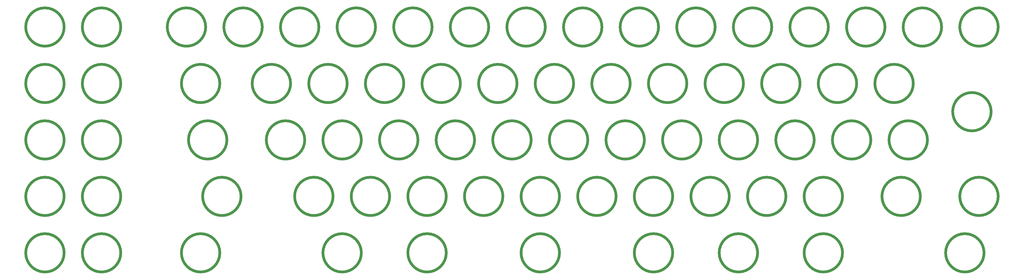
<source format=gbr>
%TF.GenerationSoftware,KiCad,Pcbnew,(6.0.0)*%
%TF.CreationDate,2022-08-23T10:18:13-07:00*%
%TF.ProjectId,Faen65XT,4661656e-3635-4585-942e-6b696361645f,rev?*%
%TF.SameCoordinates,Original*%
%TF.FileFunction,Legend,Top*%
%TF.FilePolarity,Positive*%
%FSLAX46Y46*%
G04 Gerber Fmt 4.6, Leading zero omitted, Abs format (unit mm)*
G04 Created by KiCad (PCBNEW (6.0.0)) date 2022-08-23 10:18:13*
%MOMM*%
%LPD*%
G01*
G04 APERTURE LIST*
%ADD10C,0.900000*%
%ADD11C,2.200000*%
%ADD12C,0.700000*%
%ADD13O,1.050000X2.100000*%
%ADD14R,1.700000X1.700000*%
%ADD15O,1.700000X1.700000*%
G04 APERTURE END LIST*
D10*
%TO.C,SW39*%
X182679500Y-38100000D02*
G75*
G03*
X182679500Y-38100000I-6467000J0D01*
G01*
%TO.C,SW70*%
X318410750Y-28575000D02*
G75*
G03*
X318410750Y-28575000I-6467000J0D01*
G01*
%TO.C,SW3*%
X6467000Y-38100000D02*
G75*
G03*
X6467000Y-38100000I-6467000J0D01*
G01*
%TO.C,SW44*%
X201729500Y-38100000D02*
G75*
G03*
X201729500Y-38100000I-6467000J0D01*
G01*
%TO.C,SW22*%
X96954500Y-57150000D02*
G75*
G03*
X96954500Y-57150000I-6467000J0D01*
G01*
%TO.C,SW57*%
X254117000Y-19050000D02*
G75*
G03*
X254117000Y-19050000I-6467000J0D01*
G01*
%TO.C,SW24*%
X111242000Y0D02*
G75*
G03*
X111242000Y0I-6467000J0D01*
G01*
%TO.C,SW27*%
X116004500Y-57150000D02*
G75*
G03*
X116004500Y-57150000I-6467000J0D01*
G01*
%TO.C,SW49*%
X211254500Y-57150000D02*
G75*
G03*
X211254500Y-57150000I-6467000J0D01*
G01*
%TO.C,SW46*%
X206492000Y0D02*
G75*
G03*
X206492000Y0I-6467000J0D01*
G01*
%TO.C,SW69*%
X301742000Y0D02*
G75*
G03*
X301742000Y0I-6467000J0D01*
G01*
%TO.C,SW31*%
X135054500Y-57150000D02*
G75*
G03*
X135054500Y-57150000I-6467000J0D01*
G01*
%TO.C,SW6*%
X25517000Y0D02*
G75*
G03*
X25517000Y0I-6467000J0D01*
G01*
%TO.C,SW40*%
X173154500Y-57150000D02*
G75*
G03*
X173154500Y-57150000I-6467000J0D01*
G01*
%TO.C,SW11*%
X54092000Y0D02*
G75*
G03*
X54092000Y0I-6467000J0D01*
G01*
%TO.C,SW42*%
X187442000Y0D02*
G75*
G03*
X187442000Y0I-6467000J0D01*
G01*
%TO.C,SW23*%
X106479500Y-76200000D02*
G75*
G03*
X106479500Y-76200000I-6467000J0D01*
G01*
%TO.C,SW41*%
X173154500Y-76200000D02*
G75*
G03*
X173154500Y-76200000I-6467000J0D01*
G01*
%TO.C,SW15*%
X58854500Y-76200000D02*
G75*
G03*
X58854500Y-76200000I-6467000J0D01*
G01*
%TO.C,SW8*%
X25517000Y-38100000D02*
G75*
G03*
X25517000Y-38100000I-6467000J0D01*
G01*
%TO.C,SW19*%
X92192000Y0D02*
G75*
G03*
X92192000Y0I-6467000J0D01*
G01*
%TO.C,SW26*%
X125529500Y-38100000D02*
G75*
G03*
X125529500Y-38100000I-6467000J0D01*
G01*
%TO.C,SW13*%
X61235750Y-38100000D02*
G75*
G03*
X61235750Y-38100000I-6467000J0D01*
G01*
%TO.C,SW43*%
X196967000Y-19050000D02*
G75*
G03*
X196967000Y-19050000I-6467000J0D01*
G01*
%TO.C,SW38*%
X177917000Y-19050000D02*
G75*
G03*
X177917000Y-19050000I-6467000J0D01*
G01*
%TO.C,SW71*%
X320792000Y-57150000D02*
G75*
G03*
X320792000Y-57150000I-6467000J0D01*
G01*
%TO.C,SW48*%
X220779500Y-38100000D02*
G75*
G03*
X220779500Y-38100000I-6467000J0D01*
G01*
%TO.C,SW28*%
X130292000Y0D02*
G75*
G03*
X130292000Y0I-6467000J0D01*
G01*
%TO.C,SW56*%
X244592000Y0D02*
G75*
G03*
X244592000Y0I-6467000J0D01*
G01*
%TO.C,SW55*%
X239829500Y-76200000D02*
G75*
G03*
X239829500Y-76200000I-6467000J0D01*
G01*
%TO.C,SW34*%
X158867000Y-19050000D02*
G75*
G03*
X158867000Y-19050000I-6467000J0D01*
G01*
%TO.C,SW5*%
X6467000Y-76200000D02*
G75*
G03*
X6467000Y-76200000I-6467000J0D01*
G01*
%TO.C,SW37*%
X168392000Y0D02*
G75*
G03*
X168392000Y0I-6467000J0D01*
G01*
%TO.C,SW20*%
X101717000Y-19050000D02*
G75*
G03*
X101717000Y-19050000I-6467000J0D01*
G01*
%TO.C,SW51*%
X225542000Y0D02*
G75*
G03*
X225542000Y0I-6467000J0D01*
G01*
%TO.C,SW58*%
X258879500Y-38100000D02*
G75*
G03*
X258879500Y-38100000I-6467000J0D01*
G01*
%TO.C,SW33*%
X149342000Y0D02*
G75*
G03*
X149342000Y0I-6467000J0D01*
G01*
%TO.C,SW66*%
X292217000Y-19050000D02*
G75*
G03*
X292217000Y-19050000I-6467000J0D01*
G01*
%TO.C,SW65*%
X282692000Y0D02*
G75*
G03*
X282692000Y0I-6467000J0D01*
G01*
%TO.C,SW67*%
X296979500Y-38100000D02*
G75*
G03*
X296979500Y-38100000I-6467000J0D01*
G01*
%TO.C,SW29*%
X139817000Y-19050000D02*
G75*
G03*
X139817000Y-19050000I-6467000J0D01*
G01*
%TO.C,SW30*%
X144579500Y-38100000D02*
G75*
G03*
X144579500Y-38100000I-6467000J0D01*
G01*
%TO.C,SW21*%
X106479500Y-38100000D02*
G75*
G03*
X106479500Y-38100000I-6467000J0D01*
G01*
%TO.C,SW63*%
X268404500Y-57150000D02*
G75*
G03*
X268404500Y-57150000I-6467000J0D01*
G01*
%TO.C,SW7*%
X25517000Y-19050000D02*
G75*
G03*
X25517000Y-19050000I-6467000J0D01*
G01*
%TO.C,SW73*%
X320792000Y0D02*
G75*
G03*
X320792000Y0I-6467000J0D01*
G01*
%TO.C,SW4*%
X6467000Y-57150000D02*
G75*
G03*
X6467000Y-57150000I-6467000J0D01*
G01*
%TO.C,SW25*%
X120767000Y-19050000D02*
G75*
G03*
X120767000Y-19050000I-6467000J0D01*
G01*
%TO.C,SW61*%
X273167000Y-19050000D02*
G75*
G03*
X273167000Y-19050000I-6467000J0D01*
G01*
%TO.C,SW68*%
X294598250Y-57150000D02*
G75*
G03*
X294598250Y-57150000I-6467000J0D01*
G01*
%TO.C,SW1*%
X6467000Y0D02*
G75*
G03*
X6467000Y0I-6467000J0D01*
G01*
%TO.C,SW14*%
X65998250Y-57150000D02*
G75*
G03*
X65998250Y-57150000I-6467000J0D01*
G01*
%TO.C,SW10*%
X25517000Y-76200000D02*
G75*
G03*
X25517000Y-76200000I-6467000J0D01*
G01*
%TO.C,SW9*%
X25517000Y-57150000D02*
G75*
G03*
X25517000Y-57150000I-6467000J0D01*
G01*
%TO.C,SW60*%
X263642000Y0D02*
G75*
G03*
X263642000Y0I-6467000J0D01*
G01*
%TO.C,SW53*%
X239829500Y-38100000D02*
G75*
G03*
X239829500Y-38100000I-6467000J0D01*
G01*
%TO.C,SW50*%
X211254500Y-76200000D02*
G75*
G03*
X211254500Y-76200000I-6467000J0D01*
G01*
%TO.C,SW16*%
X73142000Y0D02*
G75*
G03*
X73142000Y0I-6467000J0D01*
G01*
%TO.C,SW17*%
X82667000Y-19050000D02*
G75*
G03*
X82667000Y-19050000I-6467000J0D01*
G01*
%TO.C,SW32*%
X135054500Y-76200000D02*
G75*
G03*
X135054500Y-76200000I-6467000J0D01*
G01*
%TO.C,SW52*%
X235067000Y-19050000D02*
G75*
G03*
X235067000Y-19050000I-6467000J0D01*
G01*
%TO.C,SW18*%
X87429500Y-38100000D02*
G75*
G03*
X87429500Y-38100000I-6467000J0D01*
G01*
%TO.C,SW47*%
X216017000Y-19050000D02*
G75*
G03*
X216017000Y-19050000I-6467000J0D01*
G01*
%TO.C,SW35*%
X163629500Y-38100000D02*
G75*
G03*
X163629500Y-38100000I-6467000J0D01*
G01*
%TO.C,SW62*%
X277929500Y-38100000D02*
G75*
G03*
X277929500Y-38100000I-6467000J0D01*
G01*
%TO.C,SW45*%
X192204500Y-57150000D02*
G75*
G03*
X192204500Y-57150000I-6467000J0D01*
G01*
%TO.C,SW12*%
X58854500Y-19050000D02*
G75*
G03*
X58854500Y-19050000I-6467000J0D01*
G01*
%TO.C,SW59*%
X249354500Y-57150000D02*
G75*
G03*
X249354500Y-57150000I-6467000J0D01*
G01*
%TO.C,SW2*%
X6467000Y-19050000D02*
G75*
G03*
X6467000Y-19050000I-6467000J0D01*
G01*
%TO.C,SW54*%
X230304500Y-57150000D02*
G75*
G03*
X230304500Y-57150000I-6467000J0D01*
G01*
%TO.C,SW36*%
X154104500Y-57150000D02*
G75*
G03*
X154104500Y-57150000I-6467000J0D01*
G01*
%TO.C,SW64*%
X268404500Y-76200000D02*
G75*
G03*
X268404500Y-76200000I-6467000J0D01*
G01*
%TO.C,SW72*%
X316029500Y-76200000D02*
G75*
G03*
X316029500Y-76200000I-6467000J0D01*
G01*
%TD*%
D11*
%TO.C,H28*%
X275034375Y-57150144D03*
%TD*%
%TO.C,H29*%
X74017374Y-76200000D03*
%TD*%
%TO.C,H22*%
X9525024Y-57150144D03*
%TD*%
%TO.C,H16*%
X67865625Y-38100000D03*
%TD*%
%TO.C,H14*%
X319392000Y-12031000D03*
%TD*%
%TO.C,H17*%
X109537776Y-38100096D03*
%TD*%
%TO.C,H21*%
X300038256Y-38100096D03*
%TD*%
%TO.C,H25*%
X157162896Y-57150144D03*
%TD*%
%TO.C,H30*%
X35718750Y-76200000D03*
%TD*%
%TO.C,H15*%
X28575072Y-38100096D03*
%TD*%
%TO.C,H19*%
X223837500Y-38100000D03*
%TD*%
%TO.C,H12*%
X238125600Y-19050048D03*
%TD*%
%TO.C,H23*%
X42987000Y-64598000D03*
%TD*%
%TO.C,H11*%
X180975456Y-19050048D03*
%TD*%
%TO.C,H18*%
X166687500Y-38100000D03*
%TD*%
%TO.C,H5*%
X209550528Y0D03*
%TD*%
%TO.C,H7*%
X304800768Y0D03*
%TD*%
%TO.C,H3*%
X95250240Y0D03*
%TD*%
%TO.C,H9*%
X85725216Y-19050048D03*
%TD*%
%TO.C,H31*%
X114300000Y-76200000D03*
%TD*%
%TO.C,H34*%
X300038256Y-76200192D03*
%TD*%
%TO.C,H33*%
X247650000Y-76200192D03*
%TD*%
%TO.C,H6*%
X247650624Y0D03*
%TD*%
%TO.C,H27*%
X301228125Y-57150144D03*
%TD*%
%TO.C,H32*%
X195262992Y-76200192D03*
%TD*%
%TO.C,H4*%
X152400384Y0D03*
%TD*%
%TO.C,H8*%
X43061046Y-19050048D03*
%TD*%
%TO.C,H10*%
X123825312Y-19050048D03*
%TD*%
%TO.C,H13*%
X276225696Y-19050048D03*
%TD*%
%TO.C,H20*%
X261937500Y-38100096D03*
%TD*%
%TO.C,H26*%
X214313040Y-57150144D03*
%TD*%
%TO.C,H2*%
X57150144Y0D03*
%TD*%
%TO.C,H1*%
X9525000Y0D03*
%TD*%
%TO.C,H24*%
X100012752Y-57150144D03*
%TD*%
%LPC*%
%TO.C,H28*%
X275034375Y-57150144D03*
%TD*%
%TO.C,H29*%
X74017374Y-76200000D03*
%TD*%
%TO.C,H22*%
X9525024Y-57150144D03*
%TD*%
%TO.C,H16*%
X67865625Y-38100000D03*
%TD*%
%TO.C,H14*%
X319392000Y-12031000D03*
%TD*%
%TO.C,H17*%
X109537776Y-38100096D03*
%TD*%
%TO.C,H21*%
X300038256Y-38100096D03*
%TD*%
%TO.C,H25*%
X157162896Y-57150144D03*
%TD*%
%TO.C,H30*%
X35718750Y-76200000D03*
%TD*%
%TO.C,H15*%
X28575072Y-38100096D03*
%TD*%
%TO.C,H19*%
X223837500Y-38100000D03*
%TD*%
%TO.C,H12*%
X238125600Y-19050048D03*
%TD*%
%TO.C,H23*%
X42987000Y-64598000D03*
%TD*%
%TO.C,H11*%
X180975456Y-19050048D03*
%TD*%
%TO.C,H18*%
X166687500Y-38100000D03*
%TD*%
%TO.C,H5*%
X209550528Y0D03*
%TD*%
%TO.C,H7*%
X304800768Y0D03*
%TD*%
%TO.C,H3*%
X95250240Y0D03*
%TD*%
%TO.C,H9*%
X85725216Y-19050048D03*
%TD*%
%TO.C,H31*%
X114300000Y-76200000D03*
%TD*%
%TO.C,H34*%
X300038256Y-76200192D03*
%TD*%
%TO.C,H33*%
X247650000Y-76200192D03*
%TD*%
%TO.C,H6*%
X247650624Y0D03*
%TD*%
%TO.C,H27*%
X301228125Y-57150144D03*
%TD*%
%TO.C,H32*%
X195262992Y-76200192D03*
%TD*%
%TO.C,H4*%
X152400384Y0D03*
%TD*%
%TO.C,H8*%
X43061046Y-19050048D03*
%TD*%
%TO.C,H10*%
X123825312Y-19050048D03*
%TD*%
%TO.C,H13*%
X276225696Y-19050048D03*
%TD*%
%TO.C,H20*%
X261937500Y-38100096D03*
%TD*%
%TO.C,H26*%
X214313040Y-57150144D03*
%TD*%
%TO.C,H2*%
X57150144Y0D03*
%TD*%
%TO.C,H1*%
X9525000Y0D03*
%TD*%
%TO.C,H24*%
X100012752Y-57150144D03*
%TD*%
D12*
%TO.C,J2*%
X30844460Y4287520D03*
X36624460Y4287520D03*
D13*
X29414460Y3757520D03*
X38054460Y3757520D03*
X29414460Y7937520D03*
X38054460Y7937520D03*
%TD*%
D14*
%TO.C,JP1*%
X33337584Y-14004726D03*
D15*
X33337584Y-16544726D03*
%TD*%
M02*

</source>
